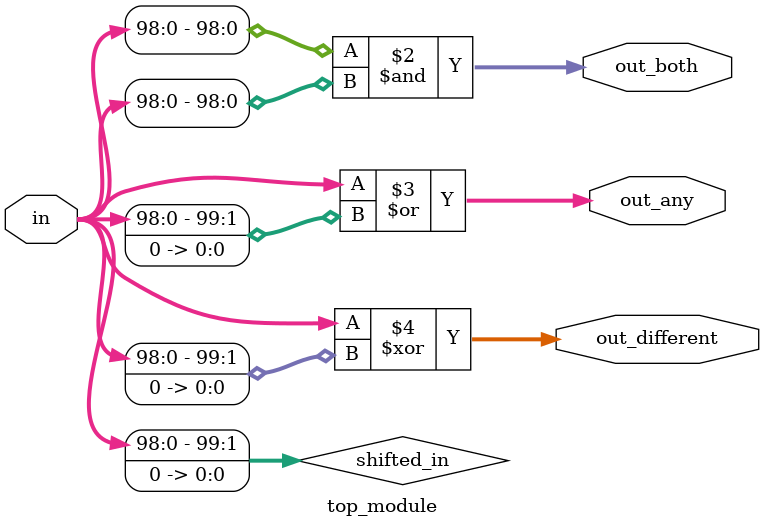
<source format=sv>
module top_module (
	input [99:0] in,
	output [98:0] out_both,
	output [99:0] out_any,
	output [99:0] out_different
);
    
    wire [99:0] shifted_in;
    assign shifted_in = in << 1;
    
    assign out_both = in[98:0] & shifted_in[99:1];
    assign out_any = in | shifted_in;
    assign out_different = in ^ shifted_in;

endmodule

</source>
